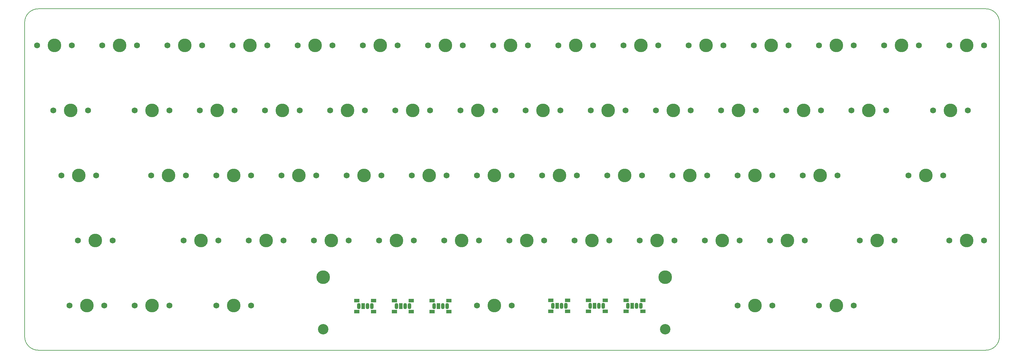
<source format=gbr>
%TF.GenerationSoftware,KiCad,Pcbnew,(6.99.0-5337-gc57e6db79a-dirty)*%
%TF.CreationDate,2023-01-12T21:18:57-05:00*%
%TF.ProjectId,hhkb,68686b62-2e6b-4696-9361-645f70636258,rev?*%
%TF.SameCoordinates,Original*%
%TF.FileFunction,Soldermask,Top*%
%TF.FilePolarity,Negative*%
%FSLAX46Y46*%
G04 Gerber Fmt 4.6, Leading zero omitted, Abs format (unit mm)*
G04 Created by KiCad (PCBNEW (6.99.0-5337-gc57e6db79a-dirty)) date 2023-01-12 21:18:57*
%MOMM*%
%LPD*%
G01*
G04 APERTURE LIST*
%ADD10C,1.750000*%
%ADD11C,3.987800*%
%ADD12R,1.500000X1.000000*%
%ADD13O,1.070000X1.800000*%
%ADD14R,1.070000X1.800000*%
%ADD15C,3.048000*%
%TA.AperFunction,Profile*%
%ADD16C,0.150000*%
%TD*%
G04 APERTURE END LIST*
D10*
%TO.C,SW_LCTRL2*%
X13156000Y-86903500D03*
D11*
X18236000Y-86903500D03*
D10*
X23316000Y-86903500D03*
%TD*%
D12*
%TO.C,LED2*%
X164839999Y-85419999D03*
D13*
X167924999Y-87019999D03*
D12*
X164839999Y-88619999D03*
D13*
X165384999Y-87019999D03*
D14*
X166654999Y-87019999D03*
D12*
X169739999Y-88619999D03*
D13*
X169194999Y-87019999D03*
D12*
X169739999Y-85419999D03*
%TD*%
%TO.C,LED3*%
X175839999Y-85419999D03*
D13*
X178924999Y-87019999D03*
D12*
X175839999Y-88619999D03*
D13*
X176384999Y-87019999D03*
D14*
X177654999Y-87019999D03*
D12*
X180739999Y-88619999D03*
D13*
X180194999Y-87019999D03*
D12*
X180739999Y-85419999D03*
%TD*%
D10*
%TO.C,SW_0*%
X194131000Y-10703500D03*
D11*
X199211000Y-10703500D03*
D10*
X204291000Y-10703500D03*
%TD*%
%TO.C,SW_1*%
X22681000Y-10703500D03*
D11*
X27761000Y-10703500D03*
D10*
X32841000Y-10703500D03*
%TD*%
%TO.C,SW_2*%
X41731000Y-10703500D03*
D11*
X46811000Y-10703500D03*
D10*
X51891000Y-10703500D03*
%TD*%
%TO.C,SW_3*%
X60781000Y-10703500D03*
D11*
X65861000Y-10703500D03*
D10*
X70941000Y-10703500D03*
%TD*%
%TO.C,SW_6*%
X117931000Y-10703500D03*
D11*
X123011000Y-10703500D03*
D10*
X128091000Y-10703500D03*
%TD*%
%TO.C,SW_7*%
X136981000Y-10703500D03*
D11*
X142061000Y-10703500D03*
D10*
X147141000Y-10703500D03*
%TD*%
%TO.C,SW_8*%
X156031000Y-10703500D03*
D11*
X161111000Y-10703500D03*
D10*
X166191000Y-10703500D03*
%TD*%
%TO.C,SW_9*%
X175081000Y-10703500D03*
D11*
X180161000Y-10703500D03*
D10*
X185241000Y-10703500D03*
%TD*%
%TO.C,SW_A1*%
X36968500Y-48803500D03*
D11*
X42048500Y-48803500D03*
D10*
X47128500Y-48803500D03*
%TD*%
%TO.C,SW_APOS1*%
X227468500Y-48803500D03*
D11*
X232548500Y-48803500D03*
D10*
X237628500Y-48803500D03*
%TD*%
%TO.C,SW_B1*%
X122693500Y-67853500D03*
D11*
X127773500Y-67853500D03*
D10*
X132853500Y-67853500D03*
%TD*%
%TO.C,SW_BACKSP1*%
X265568500Y-29753500D03*
D11*
X270648500Y-29753500D03*
D10*
X275728500Y-29753500D03*
%TD*%
%TO.C,SW_BKSLS1*%
X251281000Y-10703500D03*
D11*
X256361000Y-10703500D03*
D10*
X261441000Y-10703500D03*
%TD*%
%TO.C,SW_C1*%
X84593500Y-67853500D03*
D11*
X89673500Y-67853500D03*
D10*
X94753500Y-67853500D03*
%TD*%
%TO.C,SW_CAP1*%
X10774750Y-48803500D03*
D11*
X15854750Y-48803500D03*
D10*
X20934750Y-48803500D03*
%TD*%
%TO.C,SW_COLON1*%
X208418500Y-48803500D03*
D11*
X213498500Y-48803500D03*
D10*
X218578500Y-48803500D03*
%TD*%
%TO.C,SW_COMMA1*%
X179843500Y-67853500D03*
D11*
X184923500Y-67853500D03*
D10*
X190003500Y-67853500D03*
%TD*%
%TO.C,SW_D1*%
X75068500Y-48803500D03*
D11*
X80148500Y-48803500D03*
D10*
X85228500Y-48803500D03*
%TD*%
%TO.C,SW_E1*%
X70306000Y-29753500D03*
D11*
X75386000Y-29753500D03*
D10*
X80466000Y-29753500D03*
%TD*%
%TO.C,SW_ENTER1*%
X258424750Y-48803500D03*
D11*
X263504750Y-48803500D03*
D10*
X268584750Y-48803500D03*
%TD*%
%TO.C,SW_EQ1*%
X232231000Y-10703500D03*
D11*
X237311000Y-10703500D03*
D10*
X242391000Y-10703500D03*
%TD*%
%TO.C,SW_F13*%
X94118500Y-48803500D03*
D11*
X99198500Y-48803500D03*
D10*
X104278500Y-48803500D03*
%TD*%
%TO.C,SW_G1*%
X113168500Y-48803500D03*
D11*
X118248500Y-48803500D03*
D10*
X123328500Y-48803500D03*
%TD*%
%TO.C,SW_H1*%
X132218500Y-48803500D03*
D11*
X137298500Y-48803500D03*
D10*
X142378500Y-48803500D03*
%TD*%
%TO.C,SW_I1*%
X165556000Y-29753500D03*
D11*
X170636000Y-29753500D03*
D10*
X175716000Y-29753500D03*
%TD*%
%TO.C,SW_J1*%
X151268500Y-48803500D03*
D11*
X156348500Y-48803500D03*
D10*
X161428500Y-48803500D03*
%TD*%
%TO.C,SW_K1*%
X170318500Y-48803500D03*
D11*
X175398500Y-48803500D03*
D10*
X180478500Y-48803500D03*
%TD*%
%TO.C,SW_L1*%
X189368500Y-48803500D03*
D11*
X194448500Y-48803500D03*
D10*
X199528500Y-48803500D03*
%TD*%
%TO.C,SW_LALT1*%
X56018500Y-86903500D03*
D11*
X61098500Y-86903500D03*
D10*
X66178500Y-86903500D03*
%TD*%
%TO.C,SW_LBRAC1*%
X222706000Y-29753500D03*
D11*
X227786000Y-29753500D03*
D10*
X232866000Y-29753500D03*
%TD*%
%TO.C,SW_LMOD1*%
X32206000Y-86903500D03*
D11*
X37286000Y-86903500D03*
D10*
X42366000Y-86903500D03*
%TD*%
%TO.C,SW_LSH1*%
X15537250Y-67853500D03*
D11*
X20617250Y-67853500D03*
D10*
X25697250Y-67853500D03*
%TD*%
%TO.C,SW_M1*%
X160793500Y-67853500D03*
D11*
X165873500Y-67853500D03*
D10*
X170953500Y-67853500D03*
%TD*%
%TO.C,SW_MINUS1*%
X213181000Y-10703500D03*
D11*
X218261000Y-10703500D03*
D10*
X223341000Y-10703500D03*
%TD*%
%TO.C,SW_N1*%
X141743500Y-67853500D03*
D11*
X146823500Y-67853500D03*
D10*
X151903500Y-67853500D03*
%TD*%
%TO.C,SW_O1*%
X184606000Y-29753500D03*
D11*
X189686000Y-29753500D03*
D10*
X194766000Y-29753500D03*
%TD*%
%TO.C,SW_P1*%
X203656000Y-29753500D03*
D11*
X208736000Y-29753500D03*
D10*
X213816000Y-29753500D03*
%TD*%
%TO.C,SW_PERIOD1*%
X198893500Y-67853500D03*
D11*
X203973500Y-67853500D03*
D10*
X209053500Y-67853500D03*
%TD*%
%TO.C,SW_Q1*%
X32206000Y-29753500D03*
D11*
X37286000Y-29753500D03*
D10*
X42366000Y-29753500D03*
%TD*%
%TO.C,SW_R1*%
X89356000Y-29753500D03*
D11*
X94436000Y-29753500D03*
D10*
X99516000Y-29753500D03*
%TD*%
%TO.C,SW_RALT1*%
X208418500Y-86903500D03*
D11*
X213498500Y-86903500D03*
D10*
X218578500Y-86903500D03*
%TD*%
%TO.C,SW_RBRAC1*%
X241756000Y-29753500D03*
D11*
X246836000Y-29753500D03*
D10*
X251916000Y-29753500D03*
%TD*%
%TO.C,SW_RFN1*%
X270331000Y-67853500D03*
D11*
X275411000Y-67853500D03*
D10*
X280491000Y-67853500D03*
%TD*%
%TO.C,SW_RMOD1*%
X232231000Y-86903500D03*
D11*
X237311000Y-86903500D03*
D10*
X242391000Y-86903500D03*
%TD*%
%TO.C,SW_RSH1*%
X244137250Y-67853500D03*
D11*
X249217250Y-67853500D03*
D10*
X254297250Y-67853500D03*
%TD*%
%TO.C,SW_S1*%
X56018500Y-48803500D03*
D11*
X61098500Y-48803500D03*
D10*
X66178500Y-48803500D03*
%TD*%
%TO.C,SW_SLASH1*%
X217943500Y-67853500D03*
D11*
X223023500Y-67853500D03*
D10*
X228103500Y-67853500D03*
%TD*%
D15*
%TO.C,SW_SPACE1*%
X187298400Y-93888500D03*
D11*
X187298400Y-78648500D03*
D10*
X142378500Y-86903500D03*
D11*
X137298500Y-86903500D03*
D10*
X132218500Y-86903500D03*
D15*
X87298600Y-93888500D03*
D11*
X87298600Y-78648500D03*
%TD*%
D10*
%TO.C,SW_T1*%
X108406000Y-29753500D03*
D11*
X113486000Y-29753500D03*
D10*
X118566000Y-29753500D03*
%TD*%
%TO.C,SW_TAB1*%
X8393500Y-29753500D03*
D11*
X13473500Y-29753500D03*
D10*
X18553500Y-29753500D03*
%TD*%
%TO.C,SW_ESC1*%
X3631000Y-10703500D03*
D11*
X8711000Y-10703500D03*
D10*
X13791000Y-10703500D03*
%TD*%
%TO.C,SW_U1*%
X146506000Y-29753500D03*
D11*
X151586000Y-29753500D03*
D10*
X156666000Y-29753500D03*
%TD*%
%TO.C,SW_V1*%
X103643500Y-67853500D03*
D11*
X108723500Y-67853500D03*
D10*
X113803500Y-67853500D03*
%TD*%
%TO.C,SW_W1*%
X51256000Y-29753500D03*
D11*
X56336000Y-29753500D03*
D10*
X61416000Y-29753500D03*
%TD*%
%TO.C,SW_X1*%
X65543500Y-67853500D03*
D11*
X70623500Y-67853500D03*
D10*
X75703500Y-67853500D03*
%TD*%
%TO.C,SW_Y1*%
X127456000Y-29753500D03*
D11*
X132536000Y-29753500D03*
D10*
X137616000Y-29753500D03*
%TD*%
%TO.C,SW_Z1*%
X46493500Y-67853500D03*
D11*
X51573500Y-67853500D03*
D10*
X56653500Y-67853500D03*
%TD*%
%TO.C,SW_4*%
X79831000Y-10703500D03*
D11*
X84911000Y-10703500D03*
D10*
X89991000Y-10703500D03*
%TD*%
%TO.C,SW_5*%
X98881000Y-10703500D03*
D11*
X103961000Y-10703500D03*
D10*
X109041000Y-10703500D03*
%TD*%
D12*
%TO.C,LED7*%
X97124999Y-85469999D03*
D13*
X100209999Y-87069999D03*
D12*
X97124999Y-88669999D03*
D13*
X97669999Y-87069999D03*
D14*
X98939999Y-87069999D03*
D12*
X102024999Y-88669999D03*
D13*
X101479999Y-87069999D03*
D12*
X102024999Y-85469999D03*
%TD*%
D10*
%TO.C,SW_TICK1*%
X270331000Y-10703500D03*
D11*
X275411000Y-10703500D03*
D10*
X280491000Y-10703500D03*
%TD*%
D12*
%TO.C,LED5*%
X119124999Y-85469999D03*
D13*
X122209999Y-87069999D03*
D12*
X119124999Y-88669999D03*
D13*
X119669999Y-87069999D03*
D14*
X120939999Y-87069999D03*
D12*
X124024999Y-88669999D03*
D13*
X123479999Y-87069999D03*
D12*
X124024999Y-85469999D03*
%TD*%
%TO.C,LED6*%
X108124999Y-85469999D03*
D13*
X111209999Y-87069999D03*
D12*
X108124999Y-88669999D03*
D13*
X108669999Y-87069999D03*
D14*
X109939999Y-87069999D03*
D12*
X113024999Y-88669999D03*
D13*
X112479999Y-87069999D03*
D12*
X113024999Y-85469999D03*
%TD*%
%TO.C,LED4*%
X153839999Y-85419999D03*
D13*
X156924999Y-87019999D03*
D12*
X153839999Y-88619999D03*
D13*
X154384999Y-87019999D03*
D14*
X155654999Y-87019999D03*
D12*
X158739999Y-88619999D03*
D13*
X158194999Y-87019999D03*
D12*
X158739999Y-85419999D03*
%TD*%
D16*
X281000000Y-100000000D02*
G75*
G03*
X285000000Y-96000000I0J4000000D01*
G01*
X4000000Y0D02*
G75*
G03*
X0Y-4000000I0J-4000000D01*
G01*
X4000000Y-100000000D02*
X281000000Y-100000000D01*
X285000000Y-96000000D02*
X285000000Y-4000000D01*
X0Y-4000000D02*
X0Y-96000000D01*
X285000000Y-4000000D02*
G75*
G03*
X281000000Y0I-4000000J0D01*
G01*
X4000000Y0D02*
X281000000Y0D01*
X0Y-96000000D02*
G75*
G03*
X4000000Y-100000000I4000000J0D01*
G01*
M02*

</source>
